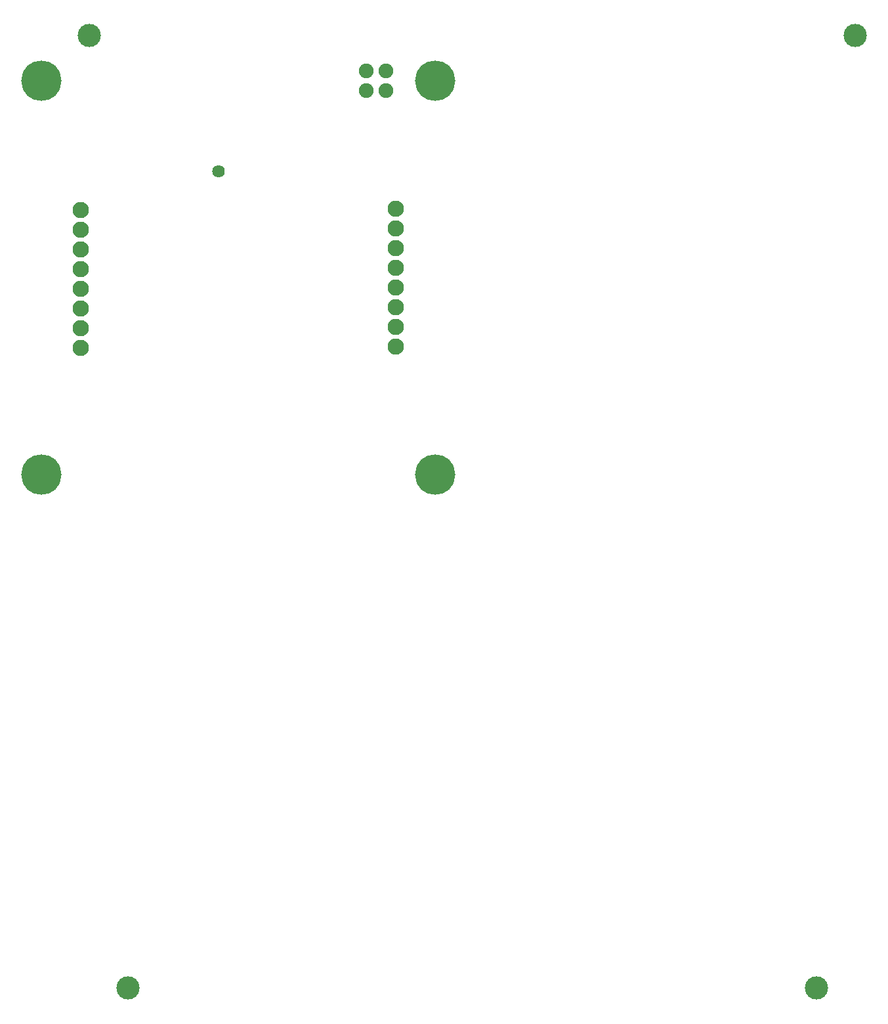
<source format=gbs>
G04 Layer: BottomSolderMaskLayer*
G04 Panelize: V-CUT, Column: 2, Row: 2, Board Size: 58.42mm x 58.42mm, Panelized Board Size: 118.84mm x 118.84mm*
G04 EasyEDA v6.5.32, 2023-07-25 17:18:32*
G04 beba70979ac64995a7ec55152f614d26,5a6b42c53f6a479593ecc07194224c93,10*
G04 Gerber Generator version 0.2*
G04 Scale: 100 percent, Rotated: No, Reflected: No *
G04 Dimensions in millimeters *
G04 leading zeros omitted , absolute positions ,4 integer and 5 decimal *
%FSLAX45Y45*%
%MOMM*%

%ADD10C,5.2032*%
%ADD11C,2.1016*%
%ADD12C,1.9016*%
%ADD13C,1.6256*%
%ADD14C,3.0000*%

%LPD*%
D10*
G01*
X381000Y5461000D03*
G01*
X5461000Y5461000D03*
G01*
X5461000Y381000D03*
G01*
X381000Y381000D03*
D11*
G01*
X4956581Y2029205D03*
G01*
X4956581Y2283205D03*
G01*
X4956581Y2537205D03*
G01*
X4956581Y2791205D03*
G01*
X4956581Y3045205D03*
G01*
X4956581Y3299205D03*
G01*
X4956581Y3553205D03*
G01*
X4956581Y3807205D03*
G01*
X885418Y2017395D03*
G01*
X885418Y2271395D03*
G01*
X885418Y2525395D03*
G01*
X885418Y2779395D03*
G01*
X885418Y3033395D03*
G01*
X885418Y3287395D03*
G01*
X885418Y3541395D03*
G01*
X885418Y3795395D03*
D12*
G01*
X4826000Y5588000D03*
G01*
X4826000Y5334000D03*
G01*
X4572000Y5334000D03*
G01*
X4572000Y5588000D03*
D13*
G01*
X2667000Y4292600D03*
D14*
G01*
X999997Y6041999D03*
G01*
X10884001Y6041999D03*
G01*
X1499996Y-6241999D03*
G01*
X10384002Y-6241999D03*
M02*

</source>
